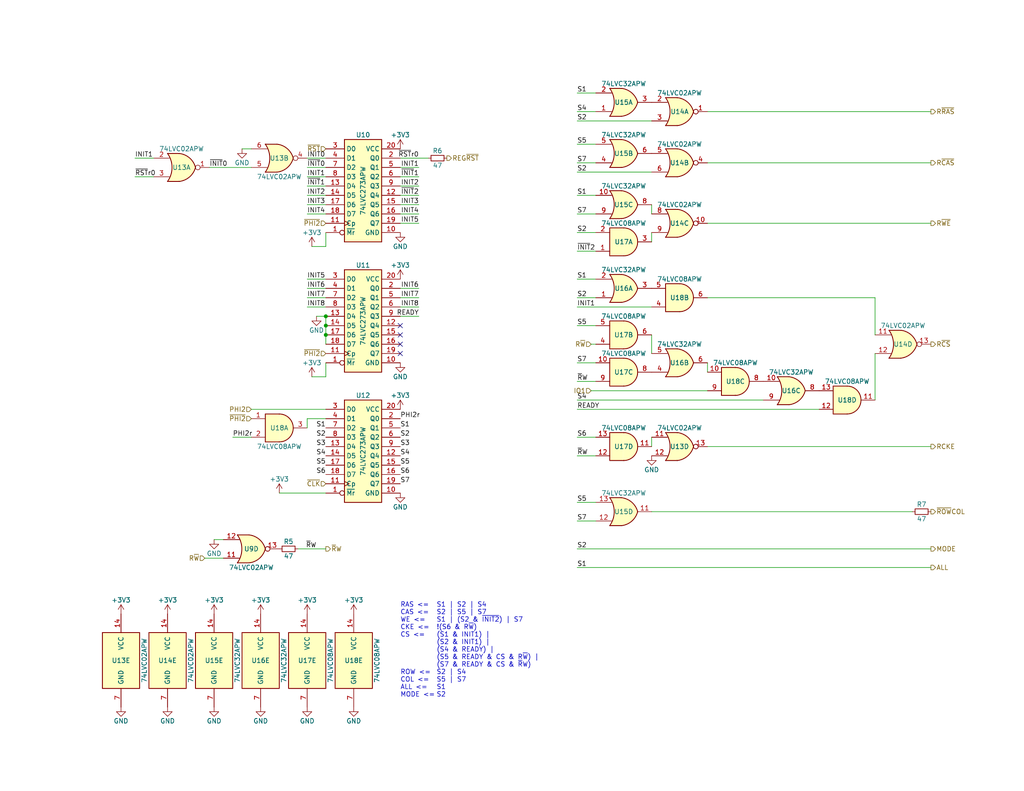
<source format=kicad_sch>
(kicad_sch (version 20211123) (generator eeschema)
  (paper "USLetter")
  (lib_symbols
    (symbol "74xx:74LS02" (pin_names (offset 1.016))
      (property "Reference" "U" (at 0 1.27 0))
      (property "Value" "74LS02" (at 0 -1.27 0))
      (symbol "74LS02_1_1"
        (arc (start -3.81 -3.81) (mid -2.589 0) (end -3.81 3.81) (stroke (width 0.254)))
        (arc (start -0.6096 -3.81) (mid 2.1842 -2.5851) (end 3.81 0) (stroke (width 0.254)) (fill (type background)))
        (polyline (pts (xy -3.81 -3.81) (xy -0.635 -3.81)) (stroke (width 0.254)) (fill (type background)))
        (polyline (pts (xy -3.81 3.81) (xy -0.635 3.81)) (stroke (width 0.254)) (fill (type background)))
        (polyline (pts (xy -0.635 3.81) (xy -3.81 3.81) (xy -3.81 3.81) (xy -3.556 3.4036) (xy -3.0226 2.2606) (xy -2.6924 1.0414) (xy -2.6162 -0.254) (xy -2.7686 -1.4986) (xy -3.175 -2.7178) (xy -3.81 -3.81) (xy -3.81 -3.81) (xy -0.635 -3.81)) (stroke (width -25.4)) (fill (type background)))
        (arc (start 3.81 0) (mid 2.1915 2.5936) (end -0.6096 3.81) (stroke (width 0.254)) (fill (type background)))
        (pin output inverted (at 7.62 0 180) (length 3.81) (name "~") (number "1"))
        (pin input line (at -7.62 2.54 0) (length 4.318) (name "~") (number "2"))
        (pin input line (at -7.62 -2.54 0) (length 4.318) (name "~") (number "3"))
      )
      (symbol "74LS02_1_2"
        (arc (start 0 -3.81) (mid 3.81 0) (end 0 3.81) (stroke (width 0.254)) (fill (type background)))
        (polyline (pts (xy 0 3.81) (xy -3.81 3.81) (xy -3.81 -3.81) (xy 0 -3.81)) (stroke (width 0.254)) (fill (type background)))
        (pin output line (at 7.62 0 180) (length 3.81) (name "~") (number "1"))
        (pin input inverted (at -7.62 2.54 0) (length 3.81) (name "~") (number "2"))
        (pin input inverted (at -7.62 -2.54 0) (length 3.81) (name "~") (number "3"))
      )
      (symbol "74LS02_2_1"
        (arc (start -3.81 -3.81) (mid -2.589 0) (end -3.81 3.81) (stroke (width 0.254)))
        (arc (start -0.6096 -3.81) (mid 2.1842 -2.5851) (end 3.81 0) (stroke (width 0.254)) (fill (type background)))
        (polyline (pts (xy -3.81 -3.81) (xy -0.635 -3.81)) (stroke (width 0.254)) (fill (type background)))
        (polyline (pts (xy -3.81 3.81) (xy -0.635 3.81)) (stroke (width 0.254)) (fill (type background)))
        (polyline (pts (xy -0.635 3.81) (xy -3.81 3.81) (xy -3.81 3.81) (xy -3.556 3.4036) (xy -3.0226 2.2606) (xy -2.6924 1.0414) (xy -2.6162 -0.254) (xy -2.7686 -1.4986) (xy -3.175 -2.7178) (xy -3.81 -3.81) (xy -3.81 -3.81) (xy -0.635 -3.81)) (stroke (width -25.4)) (fill (type background)))
        (arc (start 3.81 0) (mid 2.1915 2.5936) (end -0.6096 3.81) (stroke (width 0.254)) (fill (type background)))
        (pin output inverted (at 7.62 0 180) (length 3.81) (name "~") (number "4"))
        (pin input line (at -7.62 2.54 0) (length 4.318) (name "~") (number "5"))
        (pin input line (at -7.62 -2.54 0) (length 4.318) (name "~") (number "6"))
      )
      (symbol "74LS02_2_2"
        (arc (start 0 -3.81) (mid 3.81 0) (end 0 3.81) (stroke (width 0.254)) (fill (type background)))
        (polyline (pts (xy 0 3.81) (xy -3.81 3.81) (xy -3.81 -3.81) (xy 0 -3.81)) (stroke (width 0.254)) (fill (type background)))
        (pin output line (at 7.62 0 180) (length 3.81) (name "~") (number "4"))
        (pin input inverted (at -7.62 2.54 0) (length 3.81) (name "~") (number "5"))
        (pin input inverted (at -7.62 -2.54 0) (length 3.81) (name "~") (number "6"))
      )
      (symbol "74LS02_3_1"
        (arc (start -3.81 -3.81) (mid -2.589 0) (end -3.81 3.81) (stroke (width 0.254)))
        (arc (start -0.6096 -3.81) (mid 2.1842 -2.5851) (end 3.81 0) (stroke (width 0.254)) (fill (type background)))
        (polyline (pts (xy -3.81 -3.81) (xy -0.635 -3.81)) (stroke (width 0.254)) (fill (type background)))
        (polyline (pts (xy -3.81 3.81) (xy -0.635 3.81)) (stroke (width 0.254)) (fill (type background)))
        (polyline (pts (xy -0.635 3.81) (xy -3.81 3.81) (xy -3.81 3.81) (xy -3.556 3.4036) (xy -3.0226 2.2606) (xy -2.6924 1.0414) (xy -2.6162 -0.254) (xy -2.7686 -1.4986) (xy -3.175 -2.7178) (xy -3.81 -3.81) (xy -3.81 -3.81) (xy -0.635 -3.81)) (stroke (width -25.4)) (fill (type background)))
        (arc (start 3.81 0) (mid 2.1915 2.5936) (end -0.6096 3.81) (stroke (width 0.254)) (fill (type background)))
        (pin output inverted (at 7.62 0 180) (length 3.81) (name "~") (number "10"))
        (pin input line (at -7.62 2.54 0) (length 4.318) (name "~") (number "8"))
        (pin input line (at -7.62 -2.54 0) (length 4.318) (name "~") (number "9"))
      )
      (symbol "74LS02_3_2"
        (arc (start 0 -3.81) (mid 3.81 0) (end 0 3.81) (stroke (width 0.254)) (fill (type background)))
        (polyline (pts (xy 0 3.81) (xy -3.81 3.81) (xy -3.81 -3.81) (xy 0 -3.81)) (stroke (width 0.254)) (fill (type background)))
        (pin output line (at 7.62 0 180) (length 3.81) (name "~") (number "10"))
        (pin input inverted (at -7.62 2.54 0) (length 3.81) (name "~") (number "8"))
        (pin input inverted (at -7.62 -2.54 0) (length 3.81) (name "~") (number "9"))
      )
      (symbol "74LS02_4_1"
        (arc (start -3.81 -3.81) (mid -2.589 0) (end -3.81 3.81) (stroke (width 0.254)))
        (arc (start -0.6096 -3.81) (mid 2.1842 -2.5851) (end 3.81 0) (stroke (width 0.254)) (fill (type background)))
        (polyline (pts (xy -3.81 -3.81) (xy -0.635 -3.81)) (stroke (width 0.254)) (fill (type background)))
        (polyline (pts (xy -3.81 3.81) (xy -0.635 3.81)) (stroke (width 0.254)) (fill (type background)))
        (polyline (pts (xy -0.635 3.81) (xy -3.81 3.81) (xy -3.81 3.81) (xy -3.556 3.4036) (xy -3.0226 2.2606) (xy -2.6924 1.0414) (xy -2.6162 -0.254) (xy -2.7686 -1.4986) (xy -3.175 -2.7178) (xy -3.81 -3.81) (xy -3.81 -3.81) (xy -0.635 -3.81)) (stroke (width -25.4)) (fill (type background)))
        (arc (start 3.81 0) (mid 2.1915 2.5936) (end -0.6096 3.81) (stroke (width 0.254)) (fill (type background)))
        (pin input line (at -7.62 2.54 0) (length 4.318) (name "~") (number "11"))
        (pin input line (at -7.62 -2.54 0) (length 4.318) (name "~") (number "12"))
        (pin output inverted (at 7.62 0 180) (length 3.81) (name "~") (number "13"))
      )
      (symbol "74LS02_4_2"
        (arc (start 0 -3.81) (mid 3.81 0) (end 0 3.81) (stroke (width 0.254)) (fill (type background)))
        (polyline (pts (xy 0 3.81) (xy -3.81 3.81) (xy -3.81 -3.81) (xy 0 -3.81)) (stroke (width 0.254)) (fill (type background)))
        (pin input inverted (at -7.62 2.54 0) (length 3.81) (name "~") (number "11"))
        (pin input inverted (at -7.62 -2.54 0) (length 3.81) (name "~") (number "12"))
        (pin output line (at 7.62 0 180) (length 3.81) (name "~") (number "13"))
      )
      (symbol "74LS02_5_0"
        (pin power_in line (at 0 12.7 270) (length 5.08) (name "VCC") (number "14"))
        (pin power_in line (at 0 -12.7 90) (length 5.08) (name "GND") (number "7"))
      )
      (symbol "74LS02_5_1"
        (rectangle (start -5.08 7.62) (end 5.08 -7.62) (stroke (width 0.254)) (fill (type background)))
      )
    )
    (symbol "74xx:74LS08" (pin_names (offset 1.016))
      (property "Reference" "U" (at 0 1.27 0))
      (property "Value" "74LS08" (at 0 -1.27 0))
      (symbol "74LS08_1_1"
        (arc (start 0 -3.81) (mid 3.81 0) (end 0 3.81) (stroke (width 0.254)) (fill (type background)))
        (polyline (pts (xy 0 3.81) (xy -3.81 3.81) (xy -3.81 -3.81) (xy 0 -3.81)) (stroke (width 0.254)) (fill (type background)))
        (pin input line (at -7.62 2.54 0) (length 3.81) (name "~") (number "1"))
        (pin input line (at -7.62 -2.54 0) (length 3.81) (name "~") (number "2"))
        (pin output line (at 7.62 0 180) (length 3.81) (name "~") (number "3"))
      )
      (symbol "74LS08_1_2"
        (arc (start -3.81 -3.81) (mid -2.589 0) (end -3.81 3.81) (stroke (width 0.254)))
        (arc (start -0.6096 -3.81) (mid 2.1842 -2.5851) (end 3.81 0) (stroke (width 0.254)) (fill (type background)))
        (polyline (pts (xy -3.81 -3.81) (xy -0.635 -3.81)) (stroke (width 0.254)) (fill (type background)))
        (polyline (pts (xy -3.81 3.81) (xy -0.635 3.81)) (stroke (width 0.254)) (fill (type background)))
        (polyline (pts (xy -0.635 3.81) (xy -3.81 3.81) (xy -3.81 3.81) (xy -3.556 3.4036) (xy -3.0226 2.2606) (xy -2.6924 1.0414) (xy -2.6162 -0.254) (xy -2.7686 -1.4986) (xy -3.175 -2.7178) (xy -3.81 -3.81) (xy -3.81 -3.81) (xy -0.635 -3.81)) (stroke (width -25.4)) (fill (type background)))
        (arc (start 3.81 0) (mid 2.1915 2.5936) (end -0.6096 3.81) (stroke (width 0.254)) (fill (type background)))
        (pin input inverted (at -7.62 2.54 0) (length 4.318) (name "~") (number "1"))
        (pin input inverted (at -7.62 -2.54 0) (length 4.318) (name "~") (number "2"))
        (pin output inverted (at 7.62 0 180) (length 3.81) (name "~") (number "3"))
      )
      (symbol "74LS08_2_1"
        (arc (start 0 -3.81) (mid 3.81 0) (end 0 3.81) (stroke (width 0.254)) (fill (type background)))
        (polyline (pts (xy 0 3.81) (xy -3.81 3.81) (xy -3.81 -3.81) (xy 0 -3.81)) (stroke (width 0.254)) (fill (type background)))
        (pin input line (at -7.62 2.54 0) (length 3.81) (name "~") (number "4"))
        (pin input line (at -7.62 -2.54 0) (length 3.81) (name "~") (number "5"))
        (pin output line (at 7.62 0 180) (length 3.81) (name "~") (number "6"))
      )
      (symbol "74LS08_2_2"
        (arc (start -3.81 -3.81) (mid -2.589 0) (end -3.81 3.81) (stroke (width 0.254)))
        (arc (start -0.6096 -3.81) (mid 2.1842 -2.5851) (end 3.81 0) (stroke (width 0.254)) (fill (type background)))
        (polyline (pts (xy -3.81 -3.81) (xy -0.635 -3.81)) (stroke (width 0.254)) (fill (type background)))
        (polyline (pts (xy -3.81 3.81) (xy -0.635 3.81)) (stroke (width 0.254)) (fill (type background)))
        (polyline (pts (xy -0.635 3.81) (xy -3.81 3.81) (xy -3.81 3.81) (xy -3.556 3.4036) (xy -3.0226 2.2606) (xy -2.6924 1.0414) (xy -2.6162 -0.254) (xy -2.7686 -1.4986) (xy -3.175 -2.7178) (xy -3.81 -3.81) (xy -3.81 -3.81) (xy -0.635 -3.81)) (stroke (width -25.4)) (fill (type background)))
        (arc (start 3.81 0) (mid 2.1915 2.5936) (end -0.6096 3.81) (stroke (width 0.254)) (fill (type background)))
        (pin input inverted (at -7.62 2.54 0) (length 4.318) (name "~") (number "4"))
        (pin input inverted (at -7.62 -2.54 0) (length 4.318) (name "~") (number "5"))
        (pin output inverted (at 7.62 0 180) (length 3.81) (name "~") (number "6"))
      )
      (symbol "74LS08_3_1"
        (arc (start 0 -3.81) (mid 3.81 0) (end 0 3.81) (stroke (width 0.254)) (fill (type background)))
        (polyline (pts (xy 0 3.81) (xy -3.81 3.81) (xy -3.81 -3.81) (xy 0 -3.81)) (stroke (width 0.254)) (fill (type background)))
        (pin input line (at -7.62 -2.54 0) (length 3.81) (name "~") (number "10"))
        (pin output line (at 7.62 0 180) (length 3.81) (name "~") (number "8"))
        (pin input line (at -7.62 2.54 0) (length 3.81) (name "~") (number "9"))
      )
      (symbol "74LS08_3_2"
        (arc (start -3.81 -3.81) (mid -2.589 0) (end -3.81 3.81) (stroke (width 0.254)))
        (arc (start -0.6096 -3.81) (mid 2.1842 -2.5851) (end 3.81 0) (stroke (width 0.254)) (fill (type background)))
        (polyline (pts (xy -3.81 -3.81) (xy -0.635 -3.81)) (stroke (width 0.254)) (fill (type background)))
        (polyline (pts (xy -3.81 3.81) (xy -0.635 3.81)) (stroke (width 0.254)) (fill (type background)))
        (polyline (pts (xy -0.635 3.81) (xy -3.81 3.81) (xy -3.81 3.81) (xy -3.556 3.4036) (xy -3.0226 2.2606) (xy -2.6924 1.0414) (xy -2.6162 -0.254) (xy -2.7686 -1.4986) (xy -3.175 -2.7178) (xy -3.81 -3.81) (xy -3.81 -3.81) (xy -0.635 -3.81)) (stroke (width -25.4)) (fill (type background)))
        (arc (start 3.81 0) (mid 2.1915 2.5936) (end -0.6096 3.81) (stroke (width 0.254)) (fill (type background)))
        (pin input inverted (at -7.62 -2.54 0) (length 4.318) (name "~") (number "10"))
        (pin output inverted (at 7.62 0 180) (length 3.81) (name "~") (number "8"))
        (pin input inverted (at -7.62 2.54 0) (length 4.318) (name "~") (number "9"))
      )
      (symbol "74LS08_4_1"
        (arc (start 0 -3.81) (mid 3.81 0) (end 0 3.81) (stroke (width 0.254)) (fill (type background)))
        (polyline (pts (xy 0 3.81) (xy -3.81 3.81) (xy -3.81 -3.81) (xy 0 -3.81)) (stroke (width 0.254)) (fill (type background)))
        (pin output line (at 7.62 0 180) (length 3.81) (name "~") (number "11"))
        (pin input line (at -7.62 2.54 0) (length 3.81) (name "~") (number "12"))
        (pin input line (at -7.62 -2.54 0) (length 3.81) (name "~") (number "13"))
      )
      (symbol "74LS08_4_2"
        (arc (start -3.81 -3.81) (mid -2.589 0) (end -3.81 3.81) (stroke (width 0.254)))
        (arc (start -0.6096 -3.81) (mid 2.1842 -2.5851) (end 3.81 0) (stroke (width 0.254)) (fill (type background)))
        (polyline (pts (xy -3.81 -3.81) (xy -0.635 -3.81)) (stroke (width 0.254)) (fill (type background)))
        (polyline (pts (xy -3.81 3.81) (xy -0.635 3.81)) (stroke (width 0.254)) (fill (type background)))
        (polyline (pts (xy -0.635 3.81) (xy -3.81 3.81) (xy -3.81 3.81) (xy -3.556 3.4036) (xy -3.0226 2.2606) (xy -2.6924 1.0414) (xy -2.6162 -0.254) (xy -2.7686 -1.4986) (xy -3.175 -2.7178) (xy -3.81 -3.81) (xy -3.81 -3.81) (xy -0.635 -3.81)) (stroke (width -25.4)) (fill (type background)))
        (arc (start 3.81 0) (mid 2.1915 2.5936) (end -0.6096 3.81) (stroke (width 0.254)) (fill (type background)))
        (pin output inverted (at 7.62 0 180) (length 3.81) (name "~") (number "11"))
        (pin input inverted (at -7.62 2.54 0) (length 4.318) (name "~") (number "12"))
        (pin input inverted (at -7.62 -2.54 0) (length 4.318) (name "~") (number "13"))
      )
      (symbol "74LS08_5_0"
        (pin power_in line (at 0 12.7 270) (length 5.08) (name "VCC") (number "14"))
        (pin power_in line (at 0 -12.7 90) (length 5.08) (name "GND") (number "7"))
      )
      (symbol "74LS08_5_1"
        (rectangle (start -5.08 7.62) (end 5.08 -7.62) (stroke (width 0.254)) (fill (type background)))
      )
    )
    (symbol "74xx:74LS32" (pin_names (offset 1.016))
      (property "Reference" "U" (at 0 1.27 0))
      (property "Value" "74LS32" (at 0 -1.27 0))
      (symbol "74LS32_1_1"
        (arc (start -3.81 -3.81) (mid -2.589 0) (end -3.81 3.81) (stroke (width 0.254)))
        (arc (start -0.6096 -3.81) (mid 2.1842 -2.5851) (end 3.81 0) (stroke (width 0.254)) (fill (type background)))
        (polyline (pts (xy -3.81 -3.81) (xy -0.635 -3.81)) (stroke (width 0.254)) (fill (type background)))
        (polyline (pts (xy -3.81 3.81) (xy -0.635 3.81)) (stroke (width 0.254)) (fill (type background)))
        (polyline (pts (xy -0.635 3.81) (xy -3.81 3.81) (xy -3.81 3.81) (xy -3.556 3.4036) (xy -3.0226 2.2606) (xy -2.6924 1.0414) (xy -2.6162 -0.254) (xy -2.7686 -1.4986) (xy -3.175 -2.7178) (xy -3.81 -3.81) (xy -3.81 -3.81) (xy -0.635 -3.81)) (stroke (width -25.4)) (fill (type background)))
        (arc (start 3.81 0) (mid 2.1915 2.5936) (end -0.6096 3.81) (stroke (width 0.254)) (fill (type background)))
        (pin input line (at -7.62 2.54 0) (length 4.318) (name "~") (number "1"))
        (pin input line (at -7.62 -2.54 0) (length 4.318) (name "~") (number "2"))
        (pin output line (at 7.62 0 180) (length 3.81) (name "~") (number "3"))
      )
      (symbol "74LS32_1_2"
        (arc (start 0 -3.81) (mid 3.81 0) (end 0 3.81) (stroke (width 0.254)) (fill (type background)))
        (polyline (pts (xy 0 3.81) (xy -3.81 3.81) (xy -3.81 -3.81) (xy 0 -3.81)) (stroke (width 0.254)) (fill (type background)))
        (pin input inverted (at -7.62 2.54 0) (length 3.81) (name "~") (number "1"))
        (pin input inverted (at -7.62 -2.54 0) (length 3.81) (name "~") (number "2"))
        (pin output inverted (at 7.62 0 180) (length 3.81) (name "~") (number "3"))
      )
      (symbol "74LS32_2_1"
        (arc (start -3.81 -3.81) (mid -2.589 0) (end -3.81 3.81) (stroke (width 0.254)))
        (arc (start -0.6096 -3.81) (mid 2.1842 -2.5851) (end 3.81 0) (stroke (width 0.254)) (fill (type background)))
        (polyline (pts (xy -3.81 -3.81) (xy -0.635 -3.81)) (stroke (width 0.254)) (fill (type background)))
        (polyline (pts (xy -3.81 3.81) (xy -0.635 3.81)) (stroke (width 0.254)) (fill (type background)))
        (polyline (pts (xy -0.635 3.81) (xy -3.81 3.81) (xy -3.81 3.81) (xy -3.556 3.4036) (xy -3.0226 2.2606) (xy -2.6924 1.0414) (xy -2.6162 -0.254) (xy -2.7686 -1.4986) (xy -3.175 -2.7178) (xy -3.81 -3.81) (xy -3.81 -3.81) (xy -0.635 -3.81)) (stroke (width -25.4)) (fill (type background)))
        (arc (start 3.81 0) (mid 2.1915 2.5936) (end -0.6096 3.81) (stroke (width 0.254)) (fill (type background)))
        (pin input line (at -7.62 2.54 0) (length 4.318) (name "~") (number "4"))
        (pin input line (at -7.62 -2.54 0) (length 4.318) (name "~") (number "5"))
        (pin output line (at 7.62 0 180) (length 3.81) (name "~") (number "6"))
      )
      (symbol "74LS32_2_2"
        (arc (start 0 -3.81) (mid 3.81 0) (end 0 3.81) (stroke (width 0.254)) (fill (type background)))
        (polyline (pts (xy 0 3.81) (xy -3.81 3.81) (xy -3.81 -3.81) (xy 0 -3.81)) (stroke (width 0.254)) (fill (type background)))
        (pin input inverted (at -7.62 2.54 0) (length 3.81) (name "~") (number "4"))
        (pin input inverted (at -7.62 -2.54 0) (length 3.81) (name "~") (number "5"))
        (pin output inverted (at 7.62 0 180) (length 3.81) (name "~") (number "6"))
      )
      (symbol "74LS32_3_1"
        (arc (start -3.81 -3.81) (mid -2.589 0) (end -3.81 3.81) (stroke (width 0.254)))
        (arc (start -0.6096 -3.81) (mid 2.1842 -2.5851) (end 3.81 0) (stroke (width 0.254)) (fill (type background)))
        (polyline (pts (xy -3.81 -3.81) (xy -0.635 -3.81)) (stroke (width 0.254)) (fill (type background)))
        (polyline (pts (xy -3.81 3.81) (xy -0.635 3.81)) (stroke (width 0.254)) (fill (type background)))
        (polyline (pts (xy -0.635 3.81) (xy -3.81 3.81) (xy -3.81 3.81) (xy -3.556 3.4036) (xy -3.0226 2.2606) (xy -2.6924 1.0414) (xy -2.6162 -0.254) (xy -2.7686 -1.4986) (xy -3.175 -2.7178) (xy -3.81 -3.81) (xy -3.81 -3.81) (xy -0.635 -3.81)) (stroke (width -25.4)) (fill (type background)))
        (arc (start 3.81 0) (mid 2.1915 2.5936) (end -0.6096 3.81) (stroke (width 0.254)) (fill (type background)))
        (pin input line (at -7.62 -2.54 0) (length 4.318) (name "~") (number "10"))
        (pin output line (at 7.62 0 180) (length 3.81) (name "~") (number "8"))
        (pin input line (at -7.62 2.54 0) (length 4.318) (name "~") (number "9"))
      )
      (symbol "74LS32_3_2"
        (arc (start 0 -3.81) (mid 3.81 0) (end 0 3.81) (stroke (width 0.254)) (fill (type background)))
        (polyline (pts (xy 0 3.81) (xy -3.81 3.81) (xy -3.81 -3.81) (xy 0 -3.81)) (stroke (width 0.254)) (fill (type background)))
        (pin input inverted (at -7.62 -2.54 0) (length 3.81) (name "~") (number "10"))
        (pin output inverted (at 7.62 0 180) (length 3.81) (name "~") (number "8"))
        (pin input inverted (at -7.62 2.54 0) (length 3.81) (name "~") (number "9"))
      )
      (symbol "74LS32_4_1"
        (arc (start -3.81 -3.81) (mid -2.589 0) (end -3.81 3.81) (stroke (width 0.254)))
        (arc (start -0.6096 -3.81) (mid 2.1842 -2.5851) (end 3.81 0) (stroke (width 0.254)) (fill (type background)))
        (polyline (pts (xy -3.81 -3.81) (xy -0.635 -3.81)) (stroke (width 0.254)) (fill (type background)))
        (polyline (pts (xy -3.81 3.81) (xy -0.635 3.81)) (stroke (width 0.254)) (fill (type background)))
        (polyline (pts (xy -0.635 3.81) (xy -3.81 3.81) (xy -3.81 3.81) (xy -3.556 3.4036) (xy -3.0226 2.2606) (xy -2.6924 1.0414) (xy -2.6162 -0.254) (xy -2.7686 -1.4986) (xy -3.175 -2.7178) (xy -3.81 -3.81) (xy -3.81 -3.81) (xy -0.635 -3.81)) (stroke (width -25.4)) (fill (type background)))
        (arc (start 3.81 0) (mid 2.1915 2.5936) (end -0.6096 3.81) (stroke (width 0.254)) (fill (type background)))
        (pin output line (at 7.62 0 180) (length 3.81) (name "~") (number "11"))
        (pin input line (at -7.62 2.54 0) (length 4.318) (name "~") (number "12"))
        (pin input line (at -7.62 -2.54 0) (length 4.318) (name "~") (number "13"))
      )
      (symbol "74LS32_4_2"
        (arc (start 0 -3.81) (mid 3.81 0) (end 0 3.81) (stroke (width 0.254)) (fill (type background)))
        (polyline (pts (xy 0 3.81) (xy -3.81 3.81) (xy -3.81 -3.81) (xy 0 -3.81)) (stroke (width 0.254)) (fill (type background)))
        (pin output inverted (at 7.62 0 180) (length 3.81) (name "~") (number "11"))
        (pin input inverted (at -7.62 2.54 0) (length 3.81) (name "~") (number "12"))
        (pin input inverted (at -7.62 -2.54 0) (length 3.81) (name "~") (number "13"))
      )
      (symbol "74LS32_5_0"
        (pin power_in line (at 0 12.7 270) (length 5.08) (name "VCC") (number "14"))
        (pin power_in line (at 0 -12.7 90) (length 5.08) (name "GND") (number "7"))
      )
      (symbol "74LS32_5_1"
        (rectangle (start -5.08 7.62) (end 5.08 -7.62) (stroke (width 0.254)) (fill (type background)))
      )
    )
    (symbol "Device:R_Small" (pin_numbers hide) (pin_names (offset 0.254) hide)
      (property "Reference" "R" (at 0.762 0.508 0))
      (property "Value" "R_Small" (at 0.762 -1.016 0))
      (symbol "R_Small_0_1"
        (rectangle (start -0.762 1.778) (end 0.762 -1.778) (stroke (width 0.2032)))
      )
      (symbol "R_Small_1_1"
        (pin passive line (at 0 2.54 270) (length 0.762) (name "~") (number "1"))
        (pin passive line (at 0 -2.54 90) (length 0.762) (name "~") (number "2"))
      )
    )
    (symbol "GW_Logic:74273"
      (property "Reference" "U" (at 0 15.24 0))
      (property "Value" "GW_Logic_74273" (at 0 0 90))
      (symbol "74273_1_0"
        (pin input inverted (at -10.16 -11.43 0) (length 5.08) (name "~{Mr}") (number "1"))
        (pin power_in line (at 10.16 -11.43 180) (length 5.08) (name "GND") (number "10"))
        (pin input clock (at -10.16 -8.89 0) (length 5.08) (name "Cp") (number "11"))
        (pin output line (at 10.16 -1.27 180) (length 5.08) (name "Q4") (number "12"))
        (pin input line (at -10.16 1.27 0) (length 5.08) (name "D4") (number "13"))
        (pin input line (at -10.16 -1.27 0) (length 5.08) (name "D5") (number "14"))
        (pin output line (at 10.16 -3.81 180) (length 5.08) (name "Q5") (number "15"))
        (pin output line (at 10.16 -6.35 180) (length 5.08) (name "Q6") (number "16"))
        (pin input line (at -10.16 -3.81 0) (length 5.08) (name "D6") (number "17"))
        (pin input line (at -10.16 -6.35 0) (length 5.08) (name "D7") (number "18"))
        (pin output line (at 10.16 -8.89 180) (length 5.08) (name "Q7") (number "19"))
        (pin output line (at 10.16 8.89 180) (length 5.08) (name "Q0") (number "2"))
        (pin power_in line (at 10.16 11.43 180) (length 5.08) (name "VCC") (number "20"))
        (pin input line (at -10.16 11.43 0) (length 5.08) (name "D0") (number "3"))
        (pin input line (at -10.16 8.89 0) (length 5.08) (name "D1") (number "4"))
        (pin output line (at 10.16 6.35 180) (length 5.08) (name "Q1") (number "5"))
        (pin output line (at 10.16 3.81 180) (length 5.08) (name "Q2") (number "6"))
        (pin input line (at -10.16 6.35 0) (length 5.08) (name "D2") (number "7"))
        (pin input line (at -10.16 3.81 0) (length 5.08) (name "D3") (number "8"))
        (pin output line (at 10.16 1.27 180) (length 5.08) (name "Q3") (number "9"))
      )
      (symbol "74273_1_1"
        (rectangle (start -5.08 13.97) (end 5.08 -13.97) (stroke (width 0.254)) (fill (type background)))
      )
    )
    (symbol "power:+3V3" (power) (pin_names (offset 0))
      (property "Value" "+3V3" (at 0 3.556 0))
      (symbol "+3V3_0_1"
        (polyline (pts (xy -0.762 1.27) (xy 0 2.54)))
        (polyline (pts (xy 0 0) (xy 0 2.54)))
        (polyline (pts (xy 0 2.54) (xy 0.762 1.27)))
      )
      (symbol "+3V3_1_1"
        (pin power_in line (at 0 0 90) (length 0) hide (name "+3V3") (number "1"))
      )
    )
    (symbol "power:GND" (power) (pin_names (offset 0))
      (property "Value" "GND" (at 0 -3.81 0))
      (symbol "GND_0_1"
        (polyline (pts (xy 0 0) (xy 0 -1.27) (xy 1.27 -1.27) (xy 0 -2.54) (xy -1.27 -1.27) (xy 0 -1.27)))
      )
      (symbol "GND_1_1"
        (pin power_in line (at 0 0 270) (length 0) hide (name "GND") (number "1"))
      )
    )
  )
  (junction (at 88.9 86.36))
  (junction (at 88.9 88.9))
  (junction (at 88.9 91.44))
  (no_connect (at 109.22 96.52))
  (no_connect (at 109.22 88.9))
  (no_connect (at 109.22 93.98))
  (no_connect (at 109.22 91.44))
  (wire (pts (xy 193.04 101.6) (xy 193.04 99.06)))
  (wire (pts (xy 83.82 43.18) (xy 88.9 43.18)))
  (wire (pts (xy 177.8 119.38) (xy 177.8 121.92)))
  (wire (pts (xy 161.29 106.68) (xy 193.04 106.68)))
  (wire (pts (xy 238.76 81.28) (xy 238.76 91.44)))
  (wire (pts (xy 157.48 88.9) (xy 162.56 88.9)))
  (wire (pts (xy 157.48 99.06) (xy 162.56 99.06)))
  (wire (pts (xy 157.48 53.34) (xy 162.56 53.34)))
  (wire (pts (xy 157.48 104.14) (xy 162.56 104.14)))
  (wire (pts (xy 86.36 86.36) (xy 88.9 86.36)))
  (wire (pts (xy 109.22 83.82) (xy 114.3 83.82)))
  (wire (pts (xy 88.9 102.87) (xy 85.09 102.87)))
  (wire (pts (xy 114.3 78.74) (xy 109.22 78.74)))
  (wire (pts (xy 157.48 137.16) (xy 162.56 137.16)))
  (wire (pts (xy 55.88 152.4) (xy 60.96 152.4)))
  (wire (pts (xy 66.04 40.64) (xy 68.58 40.64)))
  (wire (pts (xy 157.48 25.4) (xy 162.56 25.4)))
  (wire (pts (xy 157.48 111.76) (xy 223.52 111.76)))
  (wire (pts (xy 157.48 124.46) (xy 162.56 124.46)))
  (wire (pts (xy 193.04 30.48) (xy 254 30.48)))
  (wire (pts (xy 83.82 116.84) (xy 83.82 114.3)))
  (wire (pts (xy 157.48 58.42) (xy 162.56 58.42)))
  (wire (pts (xy 88.9 88.9) (xy 88.9 91.44)))
  (wire (pts (xy 88.9 86.36) (xy 88.9 88.9)))
  (wire (pts (xy 109.22 48.26) (xy 114.3 48.26)))
  (wire (pts (xy 83.82 114.3) (xy 88.9 114.3)))
  (wire (pts (xy 193.04 121.92) (xy 254 121.92)))
  (wire (pts (xy 157.48 63.5) (xy 162.56 63.5)))
  (wire (pts (xy 157.48 33.02) (xy 177.8 33.02)))
  (wire (pts (xy 109.22 45.72) (xy 114.3 45.72)))
  (wire (pts (xy 83.82 76.2) (xy 88.9 76.2)))
  (wire (pts (xy 161.29 93.98) (xy 162.56 93.98)))
  (wire (pts (xy 109.22 50.8) (xy 114.3 50.8)))
  (wire (pts (xy 68.58 111.76) (xy 88.9 111.76)))
  (wire (pts (xy 177.8 139.7) (xy 248.92 139.7)))
  (wire (pts (xy 114.3 58.42) (xy 109.22 58.42)))
  (wire (pts (xy 157.48 46.99) (xy 177.8 46.99)))
  (wire (pts (xy 157.48 30.48) (xy 162.56 30.48)))
  (wire (pts (xy 41.91 43.18) (xy 36.83 43.18)))
  (wire (pts (xy 193.04 81.28) (xy 238.76 81.28)))
  (wire (pts (xy 81.28 149.86) (xy 88.9 149.86)))
  (wire (pts (xy 83.82 58.42) (xy 88.9 58.42)))
  (wire (pts (xy 193.04 44.45) (xy 254 44.45)))
  (wire (pts (xy 157.48 44.45) (xy 162.56 44.45)))
  (wire (pts (xy 157.48 149.86) (xy 254 149.86)))
  (wire (pts (xy 157.48 154.94) (xy 254 154.94)))
  (wire (pts (xy 109.22 43.18) (xy 116.84 43.18)))
  (wire (pts (xy 88.9 91.44) (xy 88.9 93.98)))
  (wire (pts (xy 63.5 119.38) (xy 68.58 119.38)))
  (wire (pts (xy 114.3 86.36) (xy 109.22 86.36)))
  (wire (pts (xy 57.15 45.72) (xy 68.58 45.72)))
  (wire (pts (xy 88.9 99.06) (xy 88.9 102.87)))
  (wire (pts (xy 157.48 83.82) (xy 177.8 83.82)))
  (wire (pts (xy 177.8 63.5) (xy 177.8 66.04)))
  (wire (pts (xy 238.76 96.52) (xy 238.76 109.22)))
  (wire (pts (xy 83.82 48.26) (xy 88.9 48.26)))
  (wire (pts (xy 114.3 55.88) (xy 109.22 55.88)))
  (wire (pts (xy 193.04 60.96) (xy 254 60.96)))
  (wire (pts (xy 157.48 81.28) (xy 162.56 81.28)))
  (wire (pts (xy 114.3 60.96) (xy 109.22 60.96)))
  (wire (pts (xy 76.2 134.62) (xy 88.9 134.62)))
  (wire (pts (xy 177.8 55.88) (xy 177.8 58.42)))
  (wire (pts (xy 177.8 91.44) (xy 177.8 96.52)))
  (wire (pts (xy 157.48 142.24) (xy 162.56 142.24)))
  (wire (pts (xy 83.82 55.88) (xy 88.9 55.88)))
  (wire (pts (xy 157.48 68.58) (xy 162.56 68.58)))
  (wire (pts (xy 88.9 45.72) (xy 83.82 45.72)))
  (wire (pts (xy 88.9 63.5) (xy 88.9 67.31)))
  (wire (pts (xy 83.82 81.28) (xy 88.9 81.28)))
  (wire (pts (xy 83.82 78.74) (xy 88.9 78.74)))
  (wire (pts (xy 157.48 39.37) (xy 162.56 39.37)))
  (wire (pts (xy 88.9 67.31) (xy 85.09 67.31)))
  (wire (pts (xy 109.22 53.34) (xy 114.3 53.34)))
  (wire (pts (xy 114.3 81.28) (xy 109.22 81.28)))
  (wire (pts (xy 157.48 76.2) (xy 162.56 76.2)))
  (wire (pts (xy 88.9 50.8) (xy 83.82 50.8)))
  (wire (pts (xy 83.82 83.82) (xy 88.9 83.82)))
  (wire (pts (xy 157.48 109.22) (xy 208.28 109.22)))
  (wire (pts (xy 157.48 119.38) (xy 162.56 119.38)))
  (wire (pts (xy 36.83 48.26) (xy 41.91 48.26)))
  (wire (pts (xy 83.82 53.34) (xy 88.9 53.34)))
  (wire (pts (xy 58.42 147.32) (xy 60.96 147.32)))
  (text "RAS <=	S1 | S2 | S4\nCAS <=	S2 | S5 | S7\nWE <=	S1 | (S2 & ~{INIT2}) | S7\nCKE <=	!(S6 & R~{W})\nCS <=	(S1 & INIT1) |\n		(S2 & INIT1) |\n		(S4 & READY) |\n		(S5 & READY & CS & R~{W}) |\n		(S7 & READY & CS & ~{R}W)\nROW <=	S2 | S4\nCOL <=	S5 | S7\nALL <=	S1\nMODE <=	S2" (at 109.22 190.5 0) (effects (font (size 1.27 1.27)) (justify left bottom)))
  (label "S5" (at 157.48 137.16 0))
  (label "INIT1" (at 114.3 45.72 180))
  (label "S1" (at 109.22 116.84 0))
  (label "S7" (at 109.22 132.08 0))
  (label "S7" (at 157.48 44.45 0))
  (label "READY" (at 157.48 111.76 0))
  (label "INIT5" (at 83.82 76.2 0))
  (label "~{INIT}0" (at 57.15 45.72 0))
  (label "S7" (at 157.48 142.24 0))
  (label "INIT1" (at 83.82 48.26 0))
  (label "INIT1" (at 36.83 43.18 0))
  (label "S4" (at 88.9 124.46 180))
  (label "S2" (at 157.48 46.99 0))
  (label "~{R}W" (at 157.48 124.46 0))
  (label "S5" (at 109.22 127 0))
  (label "S1" (at 157.48 154.94 0))
  (label "S5" (at 157.48 39.37 0))
  (label "S7" (at 157.48 99.06 0))
  (label "INIT3" (at 83.82 55.88 0))
  (label "S1" (at 88.9 116.84 180))
  (label "~{R}W" (at 157.48 104.14 0))
  (label "S5" (at 88.9 127 180))
  (label "S3" (at 88.9 121.92 180))
  (label "INIT4" (at 114.3 58.42 180))
  (label "INIT8" (at 114.3 83.82 180))
  (label "INIT7" (at 83.82 81.28 0))
  (label "S4" (at 109.22 124.46 0))
  (label "INIT3" (at 114.3 55.88 180))
  (label "S2" (at 157.48 81.28 0))
  (label "S3" (at 109.22 121.92 0))
  (label "S2" (at 157.48 33.02 0))
  (label "~{INIT}1" (at 83.82 50.8 0))
  (label "S6" (at 88.9 129.54 180))
  (label "INIT5" (at 114.3 60.96 180))
  (label "~{INIT}1" (at 114.3 48.26 180))
  (label "~{INIT}0" (at 83.82 45.72 0))
  (label "S6" (at 157.48 119.38 0))
  (label "PHI2r" (at 63.5 119.38 0))
  (label "~{INIT}2" (at 157.48 68.58 0))
  (label "INIT0" (at 83.82 43.18 0))
  (label "INIT1" (at 157.48 83.82 0))
  (label "~{R}W" (at 86.36 149.86 180))
  (label "PHI2r" (at 109.22 114.3 0))
  (label "S7" (at 157.48 58.42 0))
  (label "~{RST}r0" (at 36.83 48.26 0))
  (label "INIT8" (at 83.82 83.82 0))
  (label "INIT6" (at 114.3 78.74 180))
  (label "~{RST}r0" (at 114.3 43.18 180))
  (label "S2" (at 157.48 63.5 0))
  (label "S1" (at 157.48 53.34 0))
  (label "READY" (at 114.3 86.36 180))
  (label "S4" (at 157.48 109.22 0))
  (label "INIT7" (at 114.3 81.28 180))
  (label "INIT6" (at 83.82 78.74 0))
  (label "S2" (at 88.9 119.38 180))
  (label "INIT4" (at 83.82 58.42 0))
  (label "S4" (at 157.48 30.48 0))
  (label "INIT2" (at 114.3 50.8 180))
  (label "S2" (at 109.22 119.38 0))
  (label "S1" (at 157.48 25.4 0))
  (label "S6" (at 109.22 129.54 0))
  (label "S1" (at 157.48 76.2 0))
  (label "S2" (at 157.48 149.86 0))
  (label "~{INIT}2" (at 114.3 53.34 180))
  (label "S5" (at 157.48 88.9 0))
  (label "INIT2" (at 83.82 53.34 0))
  (hierarchical_label "~{PHI2}" (shape input) (at 88.9 96.52 180))
  (hierarchical_label "R~{CS}" (shape output) (at 254 93.98 0))
  (hierarchical_label "ALL" (shape output) (at 254 154.94 0))
  (hierarchical_label "R~{W}" (shape input) (at 161.29 93.98 180))
  (hierarchical_label "R~{W}" (shape input) (at 55.88 152.4 180))
  (hierarchical_label "MODE" (shape output) (at 254 149.86 0))
  (hierarchical_label "~{ROW}COL" (shape output) (at 254 139.7 0))
  (hierarchical_label "~{R}W" (shape output) (at 88.9 149.86 0))
  (hierarchical_label "REG~{RST}" (shape output) (at 121.92 43.18 0))
  (hierarchical_label "R~{RAS}" (shape output) (at 254 30.48 0))
  (hierarchical_label "IO1" (shape input) (at 161.29 106.68 180))
  (hierarchical_label "~{CLK}" (shape input) (at 88.9 132.08 180))
  (hierarchical_label "~{PHI2}" (shape input) (at 88.9 60.96 180))
  (hierarchical_label "~{PHI2}" (shape input) (at 68.58 114.3 180))
  (hierarchical_label "R~{CAS}" (shape output) (at 254 44.45 0))
  (hierarchical_label "~{RST}" (shape input) (at 88.9 40.64 180))
  (hierarchical_label "R~{WE}" (shape output) (at 254 60.96 0))
  (hierarchical_label "PHI2" (shape input) (at 68.58 111.76 180))
  (hierarchical_label "RCKE" (shape output) (at 254 121.92 0))
  (symbol (lib_id "GW_Logic:74273") (at 99.06 123.19 0) (unit 1)
    (property "Reference" "U12" (at 99.06 107.95 0))
    (property "Value" "74LVC273APW" (at 99.06 123.19 90))
    (property "Footprint" "stdpads:TSSOP-20_4.4x6.5mm_P0.65mm" (effects hide))
    (property "Datasheet" "http://www.ti.com/lit/gpn/sn74LS273" (effects hide))
  )
  (symbol (lib_id "power:GND") (at 109.22 134.62 0) (unit 1)
    (property "Reference" "#PWR0125" (effects hide))
    (property "Value" "GND" (at 109.22 138.43 0))
  )
  (symbol (lib_id "power:+3V3") (at 109.22 111.76 0) (unit 1)
    (property "Reference" "#PWR0126" (effects hide))
    (property "Value" "+3V3" (at 109.22 107.95 0))
  )
  (symbol (lib_id "power:+3V3") (at 76.2 134.62 0) (unit 1)
    (property "Reference" "#PWR0127" (effects hide))
    (property "Value" "+3V3" (at 76.2 130.81 0))
  )
  (symbol (lib_id "74xx:74LS02") (at 33.02 180.34 0) (unit 5)
    (property "Reference" "U13" (at 33.02 180.34 0))
    (property "Value" "74LVC02APW" (at 39.37 180.34 90))
    (property "Footprint" "stdpads:TSSOP-14_4.4x5mm_P0.65mm" (effects hide))
    (property "Datasheet" "http://www.ti.com/lit/gpn/sn74LS08" (effects hide))
  )
  (symbol (lib_id "power:GND") (at 86.36 86.36 0) (unit 1)
    (property "Reference" "#PWR0134" (effects hide))
    (property "Value" "GND" (at 86.36 90.17 0))
  )
  (symbol (lib_id "power:GND") (at 109.22 63.5 0) (unit 1)
    (property "Reference" "#PWR0138" (effects hide))
    (property "Value" "GND" (at 109.22 67.31 0))
  )
  (symbol (lib_id "74xx:74LS32") (at 170.18 78.74 0) (mirror x) (unit 1)
    (property "Reference" "U16" (at 170.18 78.74 0))
    (property "Value" "74LVC32APW" (at 170.18 73.66 0))
    (property "Footprint" "stdpads:TSSOP-14_4.4x5mm_P0.65mm" (effects hide))
    (property "Datasheet" "http://www.ti.com/lit/gpn/sn74LS32" (effects hide))
  )
  (symbol (lib_id "74xx:74LS32") (at 215.9 106.68 0) (mirror x) (unit 3)
    (property "Reference" "U16" (at 215.9 106.68 0))
    (property "Value" "74LVC32APW" (at 215.9 101.6 0))
    (property "Footprint" "stdpads:TSSOP-14_4.4x5mm_P0.65mm" (effects hide))
    (property "Datasheet" "http://www.ti.com/lit/gpn/sn74LS32" (effects hide))
  )
  (symbol (lib_id "power:GND") (at 66.04 40.64 0) (unit 1)
    (property "Reference" "#PWR0135" (effects hide))
    (property "Value" "GND" (at 66.04 44.45 0))
  )
  (symbol (lib_id "74xx:74LS02") (at 185.42 30.48 0) (unit 1)
    (property "Reference" "U14" (at 185.42 30.48 0))
    (property "Value" "74LVC02APW" (at 185.42 25.4 0))
    (property "Footprint" "stdpads:TSSOP-14_4.4x5mm_P0.65mm" (effects hide))
    (property "Datasheet" "http://www.ti.com/lit/gpn/sn74LS08" (effects hide))
  )
  (symbol (lib_id "GW_Logic:74273") (at 99.06 52.07 0) (unit 1)
    (property "Reference" "U10" (at 99.06 36.83 0))
    (property "Value" "74LVC273APW" (at 99.06 52.07 90))
    (property "Footprint" "stdpads:TSSOP-20_4.4x6.5mm_P0.65mm" (effects hide))
    (property "Datasheet" "http://www.ti.com/lit/gpn/sn74LS273" (effects hide))
  )
  (symbol (lib_id "power:+3V3") (at 85.09 67.31 0) (unit 1)
    (property "Reference" "#PWR0136" (effects hide))
    (property "Value" "+3V3" (at 85.09 63.5 0))
  )
  (symbol (lib_id "74xx:74LS02") (at 68.58 149.86 0) (mirror x) (unit 4)
    (property "Reference" "U9" (at 68.58 149.86 0))
    (property "Value" "74LVC02APW" (at 68.58 154.94 0))
    (property "Footprint" "stdpads:TSSOP-14_4.4x5mm_P0.65mm" (effects hide))
    (property "Datasheet" "http://www.ti.com/lit/gpn/sn74LS08" (effects hide))
  )
  (symbol (lib_id "74xx:74LS02") (at 76.2 43.18 0) (mirror x) (unit 2)
    (property "Reference" "U13" (at 76.2 43.18 0))
    (property "Value" "74LVC02APW" (at 76.2 48.26 0))
    (property "Footprint" "stdpads:TSSOP-14_4.4x5mm_P0.65mm" (effects hide))
    (property "Datasheet" "http://www.ti.com/lit/gpn/sn74LS08" (effects hide))
  )
  (symbol (lib_id "74xx:74LS02") (at 185.42 44.45 0) (unit 2)
    (property "Reference" "U14" (at 185.42 44.45 0))
    (property "Value" "74LVC02APW" (at 185.42 39.37 0))
    (property "Footprint" "stdpads:TSSOP-14_4.4x5mm_P0.65mm" (effects hide))
    (property "Datasheet" "http://www.ti.com/lit/gpn/sn74LS08" (effects hide))
  )
  (symbol (lib_id "power:GND") (at 45.72 193.04 0) (mirror y) (unit 1)
    (property "Reference" "#PWR0165" (effects hide))
    (property "Value" "GND" (at 45.72 196.85 0))
  )
  (symbol (lib_id "power:+3V3") (at 85.09 102.87 0) (unit 1)
    (property "Reference" "#PWR0133" (effects hide))
    (property "Value" "+3V3" (at 85.09 99.06 0))
  )
  (symbol (lib_id "74xx:74LS08") (at 170.18 91.44 0) (mirror x) (unit 2)
    (property "Reference" "U17" (at 170.18 91.44 0))
    (property "Value" "74LVC08APW" (at 170.18 86.36 0))
    (property "Footprint" "stdpads:TSSOP-14_4.4x5mm_P0.65mm" (effects hide))
    (property "Datasheet" "http://www.ti.com/lit/gpn/sn74LS08" (effects hide))
  )
  (symbol (lib_id "74xx:74LS08") (at 170.18 101.6 0) (mirror x) (unit 3)
    (property "Reference" "U17" (at 170.18 101.6 0))
    (property "Value" "74LVC08APW" (at 170.18 96.52 0))
    (property "Footprint" "stdpads:TSSOP-14_4.4x5mm_P0.65mm" (effects hide))
    (property "Datasheet" "http://www.ti.com/lit/gpn/sn74LS08" (effects hide))
  )
  (symbol (lib_id "power:GND") (at 109.22 99.06 0) (unit 1)
    (property "Reference" "#PWR0132" (effects hide))
    (property "Value" "GND" (at 109.22 102.87 0))
  )
  (symbol (lib_id "power:+3V3") (at 58.42 167.64 0) (unit 1)
    (property "Reference" "#PWR0168" (effects hide))
    (property "Value" "+3V3" (at 58.42 163.83 0))
  )
  (symbol (lib_id "Device:R_Small") (at 119.38 43.18 270) (unit 1)
    (property "Reference" "R6" (at 119.38 41.91 90) (effects (justify bottom)))
    (property "Value" "47" (at 119.38 44.45 90) (effects (justify top)))
    (property "Footprint" "stdpads:R_0603" (effects hide))
  )
  (symbol (lib_id "power:+3V3") (at 71.12 167.64 0) (unit 1)
    (property "Reference" "#PWR0158" (effects hide))
    (property "Value" "+3V3" (at 71.12 163.83 0))
  )
  (symbol (lib_id "74xx:74LS32") (at 58.42 180.34 0) (unit 5)
    (property "Reference" "U15" (at 58.42 180.34 0))
    (property "Value" "74LVC32APW" (at 64.77 180.34 90))
    (property "Footprint" "stdpads:TSSOP-14_4.4x5mm_P0.65mm" (effects hide))
    (property "Datasheet" "http://www.ti.com/lit/gpn/sn74LS32" (effects hide))
  )
  (symbol (lib_id "power:GND") (at 96.52 193.04 0) (mirror y) (unit 1)
    (property "Reference" "#PWR0162" (effects hide))
    (property "Value" "GND" (at 96.52 196.85 0))
  )
  (symbol (lib_id "GW_Logic:74273") (at 99.06 87.63 0) (unit 1)
    (property "Reference" "U11" (at 99.06 72.39 0))
    (property "Value" "74LVC273APW" (at 99.06 87.63 90))
    (property "Footprint" "stdpads:TSSOP-20_4.4x6.5mm_P0.65mm" (effects hide))
    (property "Datasheet" "http://www.ti.com/lit/gpn/sn74LS273" (effects hide))
  )
  (symbol (lib_id "74xx:74LS32") (at 170.18 41.91 0) (mirror x) (unit 2)
    (property "Reference" "U15" (at 170.18 41.91 0))
    (property "Value" "74LVC32APW" (at 170.18 36.83 0))
    (property "Footprint" "stdpads:TSSOP-14_4.4x5mm_P0.65mm" (effects hide))
    (property "Datasheet" "http://www.ti.com/lit/gpn/sn74LS32" (effects hide))
  )
  (symbol (lib_id "74xx:74LS32") (at 170.18 27.94 0) (mirror x) (unit 1)
    (property "Reference" "U15" (at 170.18 27.94 0))
    (property "Value" "74LVC32APW" (at 170.18 22.86 0))
    (property "Footprint" "stdpads:TSSOP-14_4.4x5mm_P0.65mm" (effects hide))
    (property "Datasheet" "http://www.ti.com/lit/gpn/sn74LS32" (effects hide))
  )
  (symbol (lib_id "power:GND") (at 177.8 124.46 0) (unit 1)
    (property "Reference" "#PWR0137" (effects hide))
    (property "Value" "GND" (at 177.8 128.27 0))
  )
  (symbol (lib_id "power:+3V3") (at 96.52 167.64 0) (unit 1)
    (property "Reference" "#PWR0157" (effects hide))
    (property "Value" "+3V3" (at 96.52 163.83 0))
  )
  (symbol (lib_id "power:+3V3") (at 109.22 40.64 0) (unit 1)
    (property "Reference" "#PWR0147" (effects hide))
    (property "Value" "+3V3" (at 109.22 36.83 0))
  )
  (symbol (lib_id "74xx:74LS08") (at 231.14 109.22 0) (mirror x) (unit 4)
    (property "Reference" "U18" (at 231.14 109.22 0))
    (property "Value" "74LVC08APW" (at 231.14 104.14 0))
    (property "Footprint" "stdpads:TSSOP-14_4.4x5mm_P0.65mm" (effects hide))
    (property "Datasheet" "http://www.ti.com/lit/gpn/sn74LS08" (effects hide))
  )
  (symbol (lib_id "power:GND") (at 58.42 193.04 0) (mirror y) (unit 1)
    (property "Reference" "#PWR0167" (effects hide))
    (property "Value" "GND" (at 58.42 196.85 0))
  )
  (symbol (lib_id "power:+3V3") (at 109.22 76.2 0) (unit 1)
    (property "Reference" "#PWR0146" (effects hide))
    (property "Value" "+3V3" (at 109.22 72.39 0))
  )
  (symbol (lib_id "74xx:74LS08") (at 76.2 116.84 0) (unit 1)
    (property "Reference" "U18" (at 76.2 116.84 0))
    (property "Value" "74LVC08APW" (at 76.2 121.92 0))
    (property "Footprint" "stdpads:TSSOP-14_4.4x5mm_P0.65mm" (effects hide))
    (property "Datasheet" "http://www.ti.com/lit/gpn/sn74LS08" (effects hide))
  )
  (symbol (lib_id "Device:R_Small") (at 251.46 139.7 270) (unit 1)
    (property "Reference" "R7" (at 251.46 138.43 90) (effects (justify bottom)))
    (property "Value" "47" (at 251.46 140.97 90) (effects (justify top)))
    (property "Footprint" "stdpads:R_0603" (effects hide))
  )
  (symbol (lib_id "power:GND") (at 33.02 193.04 0) (mirror y) (unit 1)
    (property "Reference" "#PWR0164" (effects hide))
    (property "Value" "GND" (at 33.02 196.85 0))
  )
  (symbol (lib_id "74xx:74LS08") (at 185.42 81.28 0) (mirror x) (unit 2)
    (property "Reference" "U18" (at 185.42 81.28 0))
    (property "Value" "74LVC08APW" (at 185.42 76.2 0))
    (property "Footprint" "stdpads:TSSOP-14_4.4x5mm_P0.65mm" (effects hide))
    (property "Datasheet" "http://www.ti.com/lit/gpn/sn74LS08" (effects hide))
  )
  (symbol (lib_id "74xx:74LS32") (at 185.42 99.06 0) (mirror x) (unit 2)
    (property "Reference" "U16" (at 185.42 99.06 0))
    (property "Value" "74LVC32APW" (at 185.42 93.98 0))
    (property "Footprint" "stdpads:TSSOP-14_4.4x5mm_P0.65mm" (effects hide))
    (property "Datasheet" "http://www.ti.com/lit/gpn/sn74LS32" (effects hide))
  )
  (symbol (lib_id "power:GND") (at 58.42 147.32 0) (unit 1)
    (property "Reference" "#PWR0148" (effects hide))
    (property "Value" "GND" (at 58.42 151.13 0))
  )
  (symbol (lib_id "74xx:74LS02") (at 185.42 121.92 0) (unit 4)
    (property "Reference" "U13" (at 185.42 121.92 0))
    (property "Value" "74LVC02APW" (at 185.42 116.84 0))
    (property "Footprint" "stdpads:TSSOP-14_4.4x5mm_P0.65mm" (effects hide))
    (property "Datasheet" "http://www.ti.com/lit/gpn/sn74LS08" (effects hide))
  )
  (symbol (lib_id "74xx:74LS08") (at 170.18 121.92 0) (mirror x) (unit 4)
    (property "Reference" "U17" (at 170.18 121.92 0))
    (property "Value" "74LVC08APW" (at 170.18 116.84 0))
    (property "Footprint" "stdpads:TSSOP-14_4.4x5mm_P0.65mm" (effects hide))
    (property "Datasheet" "http://www.ti.com/lit/gpn/sn74LS08" (effects hide))
  )
  (symbol (lib_id "74xx:74LS32") (at 71.12 180.34 0) (unit 5)
    (property "Reference" "U16" (at 71.12 180.34 0))
    (property "Value" "74LVC32APW" (at 77.47 180.34 90))
    (property "Footprint" "stdpads:TSSOP-14_4.4x5mm_P0.65mm" (effects hide))
    (property "Datasheet" "http://www.ti.com/lit/gpn/sn74LS32" (effects hide))
  )
  (symbol (lib_id "power:GND") (at 83.82 193.04 0) (mirror y) (unit 1)
    (property "Reference" "#PWR0160" (effects hide))
    (property "Value" "GND" (at 83.82 196.85 0))
  )
  (symbol (lib_id "74xx:74LS08") (at 170.18 66.04 0) (mirror x) (unit 1)
    (property "Reference" "U17" (at 170.18 66.04 0))
    (property "Value" "74LVC08APW" (at 170.18 60.96 0))
    (property "Footprint" "stdpads:TSSOP-14_4.4x5mm_P0.65mm" (effects hide))
    (property "Datasheet" "http://www.ti.com/lit/gpn/sn74LS08" (effects hide))
  )
  (symbol (lib_id "74xx:74LS02") (at 45.72 180.34 0) (unit 5)
    (property "Reference" "U14" (at 45.72 180.34 0))
    (property "Value" "74LVC02APW" (at 52.07 180.34 90))
    (property "Footprint" "stdpads:TSSOP-14_4.4x5mm_P0.65mm" (effects hide))
    (property "Datasheet" "http://www.ti.com/lit/gpn/sn74LS08" (effects hide))
  )
  (symbol (lib_id "power:+3V3") (at 45.72 167.64 0) (unit 1)
    (property "Reference" "#PWR0163" (effects hide))
    (property "Value" "+3V3" (at 45.72 163.83 0))
  )
  (symbol (lib_id "74xx:74LS08") (at 96.52 180.34 0) (unit 5)
    (property "Reference" "U18" (at 96.52 180.34 0))
    (property "Value" "74LVC08APW" (at 102.87 180.34 90))
    (property "Footprint" "stdpads:TSSOP-14_4.4x5mm_P0.65mm" (effects hide))
    (property "Datasheet" "http://www.ti.com/lit/gpn/sn74LS08" (effects hide))
  )
  (symbol (lib_id "Device:R_Small") (at 78.74 149.86 270) (unit 1)
    (property "Reference" "R5" (at 78.74 148.59 90) (effects (justify bottom)))
    (property "Value" "47" (at 78.74 151.13 90) (effects (justify top)))
    (property "Footprint" "stdpads:R_0603" (effects hide))
  )
  (symbol (lib_id "74xx:74LS02") (at 246.38 93.98 0) (unit 4)
    (property "Reference" "U14" (at 246.38 93.98 0))
    (property "Value" "74LVC02APW" (at 246.38 88.9 0))
    (property "Footprint" "stdpads:TSSOP-14_4.4x5mm_P0.65mm" (effects hide))
    (property "Datasheet" "http://www.ti.com/lit/gpn/sn74LS08" (effects hide))
  )
  (symbol (lib_id "power:GND") (at 71.12 193.04 0) (mirror y) (unit 1)
    (property "Reference" "#PWR0159" (effects hide))
    (property "Value" "GND" (at 71.12 196.85 0))
  )
  (symbol (lib_id "74xx:74LS32") (at 170.18 55.88 0) (mirror x) (unit 3)
    (property "Reference" "U15" (at 170.18 55.88 0))
    (property "Value" "74LVC32APW" (at 170.18 50.8 0))
    (property "Footprint" "stdpads:TSSOP-14_4.4x5mm_P0.65mm" (effects hide))
    (property "Datasheet" "http://www.ti.com/lit/gpn/sn74LS32" (effects hide))
  )
  (symbol (lib_id "74xx:74LS08") (at 200.66 104.14 0) (mirror x) (unit 3)
    (property "Reference" "U18" (at 200.66 104.14 0))
    (property "Value" "74LVC08APW" (at 200.66 99.06 0))
    (property "Footprint" "stdpads:TSSOP-14_4.4x5mm_P0.65mm" (effects hide))
    (property "Datasheet" "http://www.ti.com/lit/gpn/sn74LS08" (effects hide))
  )
  (symbol (lib_id "74xx:74LS32") (at 170.18 139.7 0) (mirror x) (unit 4)
    (property "Reference" "U15" (at 170.18 139.7 0))
    (property "Value" "74LVC32APW" (at 170.18 134.62 0))
    (property "Footprint" "stdpads:TSSOP-14_4.4x5mm_P0.65mm" (effects hide))
    (property "Datasheet" "http://www.ti.com/lit/gpn/sn74LS32" (effects hide))
  )
  (symbol (lib_id "74xx:74LS02") (at 185.42 60.96 0) (unit 3)
    (property "Reference" "U14" (at 185.42 60.96 0))
    (property "Value" "74LVC02APW" (at 185.42 55.88 0))
    (property "Footprint" "stdpads:TSSOP-14_4.4x5mm_P0.65mm" (effects hide))
    (property "Datasheet" "http://www.ti.com/lit/gpn/sn74LS08" (effects hide))
  )
  (symbol (lib_id "power:+3V3") (at 83.82 167.64 0) (unit 1)
    (property "Reference" "#PWR0161" (effects hide))
    (property "Value" "+3V3" (at 83.82 163.83 0))
  )
  (symbol (lib_id "74xx:74LS02") (at 49.53 45.72 0) (unit 1)
    (property "Reference" "U13" (at 49.53 45.72 0))
    (property "Value" "74LVC02APW" (at 49.53 40.64 0))
    (property "Footprint" "stdpads:TSSOP-14_4.4x5mm_P0.65mm" (effects hide))
    (property "Datasheet" "http://www.ti.com/lit/gpn/sn74LS08" (effects hide))
  )
  (symbol (lib_id "power:+3V3") (at 33.02 167.64 0) (unit 1)
    (property "Reference" "#PWR0166" (effects hide))
    (property "Value" "+3V3" (at 33.02 163.83 0))
  )
  (symbol (lib_id "74xx:74LS08") (at 83.82 180.34 0) (unit 5)
    (property "Reference" "U17" (at 83.82 180.34 0))
    (property "Value" "74LVC08APW" (at 90.17 180.34 90))
    (property "Footprint" "stdpads:TSSOP-14_4.4x5mm_P0.65mm" (effects hide))
    (property "Datasheet" "http://www.ti.com/lit/gpn/sn74LS08" (effects hide))
  )
)
</source>
